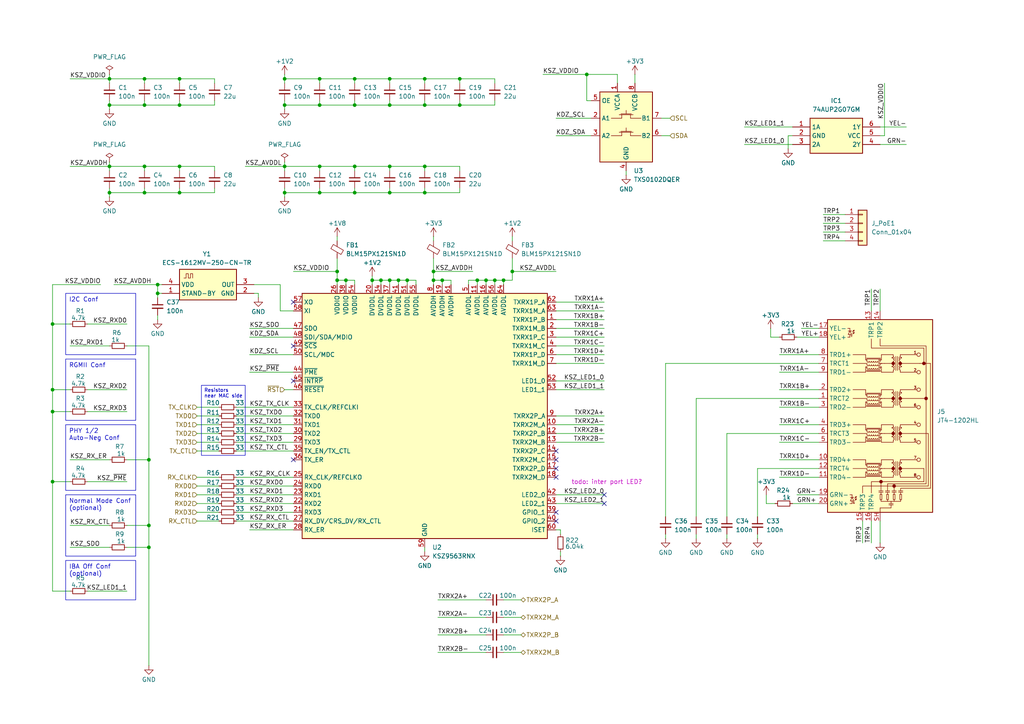
<source format=kicad_sch>
(kicad_sch (version 20231120) (generator "eeschema") (generator_version "8.0")
  (paper "A4")
  (junction (at 15.24 113.03))
  (junction (at 97.79 78.74))
  (junction (at 123.19 48.26))
  (junction (at 100.33 81.28))
  (junction (at 82.55 30.48))
  (junction (at 92.71 48.26))
  (junction (at 102.87 30.48))
  (junction (at 82.55 55.88))
  (junction (at 41.91 30.48))
  (junction (at 43.18 133.35))
  (junction (at 128.27 81.28))
  (junction (at 133.35 22.86))
  (junction (at 102.87 22.86))
  (junction (at 107.95 81.28))
  (junction (at 123.19 55.88))
  (junction (at 113.03 81.28))
  (junction (at 43.18 152.4))
  (junction (at 41.91 48.26))
  (junction (at 92.71 55.88))
  (junction (at 82.55 48.26))
  (junction (at 15.24 139.7))
  (junction (at 170.18 21.59))
  (junction (at 113.03 48.26))
  (junction (at 31.75 48.26))
  (junction (at 102.87 55.88))
  (junction (at 102.87 48.26))
  (junction (at 31.75 22.86))
  (junction (at 97.79 81.28))
  (junction (at 92.71 30.48))
  (junction (at 41.91 22.86))
  (junction (at 148.59 78.74))
  (junction (at 113.03 55.88))
  (junction (at 140.97 81.28))
  (junction (at 52.07 30.48))
  (junction (at 45.72 82.55))
  (junction (at 138.43 81.28))
  (junction (at 41.91 55.88))
  (junction (at 113.03 30.48))
  (junction (at 115.57 81.28))
  (junction (at 52.07 48.26))
  (junction (at 15.24 119.38))
  (junction (at 133.35 30.48))
  (junction (at 125.73 78.74))
  (junction (at 125.73 81.28))
  (junction (at 82.55 22.86))
  (junction (at 123.19 30.48))
  (junction (at 143.51 81.28))
  (junction (at 123.19 22.86))
  (junction (at 113.03 22.86))
  (junction (at 52.07 22.86))
  (junction (at 43.18 158.75))
  (junction (at 15.24 93.98))
  (junction (at 146.05 81.28))
  (junction (at 118.11 81.28))
  (junction (at 52.07 55.88))
  (junction (at 92.71 22.86))
  (junction (at 110.49 81.28))
  (junction (at 31.75 30.48))
  (junction (at 45.72 85.09))
  (junction (at 31.75 55.88))
  (no_connect (at 161.29 151.13))
  (no_connect (at 161.29 148.59))
  (no_connect (at 161.29 138.43))
  (no_connect (at 175.26 143.51))
  (no_connect (at 175.26 146.05))
  (no_connect (at 85.09 100.33))
  (no_connect (at 85.09 133.35))
  (no_connect (at 161.29 130.81))
  (no_connect (at 161.29 135.89))
  (no_connect (at 161.29 133.35))
  (no_connect (at 85.09 87.63))
  (no_connect (at 85.09 110.49))
  (wire (pts (xy 36.83 100.33) (xy 43.18 100.33)))
  (wire (pts (xy 175.26 95.25) (xy 161.29 95.25)))
  (wire (pts (xy 102.87 29.21) (xy 102.87 30.48)))
  (wire (pts (xy 146.05 81.28) (xy 148.59 81.28)))
  (wire (pts (xy 133.35 48.26) (xy 133.35 49.53)))
  (wire (pts (xy 127 184.15) (xy 140.97 184.15)))
  (wire (pts (xy 135.89 82.55) (xy 135.89 81.28)))
  (wire (pts (xy 255.27 151.13) (xy 255.27 157.48)))
  (wire (pts (xy 43.18 158.75) (xy 43.18 193.04)))
  (wire (pts (xy 222.25 146.05) (xy 222.25 143.51)))
  (wire (pts (xy 201.93 154.94) (xy 201.93 156.21)))
  (wire (pts (xy 128.27 81.28) (xy 130.81 81.28)))
  (wire (pts (xy 125.73 78.74) (xy 137.16 78.74)))
  (wire (pts (xy 256.54 24.13) (xy 256.54 39.37)))
  (wire (pts (xy 175.26 125.73) (xy 161.29 125.73)))
  (wire (pts (xy 15.24 82.55) (xy 15.24 93.98)))
  (wire (pts (xy 123.19 22.86) (xy 133.35 22.86)))
  (wire (pts (xy 68.58 123.19) (xy 85.09 123.19)))
  (wire (pts (xy 113.03 81.28) (xy 110.49 81.28)))
  (wire (pts (xy 175.26 128.27) (xy 161.29 128.27)))
  (wire (pts (xy 175.26 97.79) (xy 161.29 97.79)))
  (wire (pts (xy 36.83 152.4) (xy 43.18 152.4)))
  (wire (pts (xy 41.91 29.21) (xy 41.91 30.48)))
  (wire (pts (xy 62.23 22.86) (xy 62.23 24.13)))
  (wire (pts (xy 255.27 83.82) (xy 255.27 90.17)))
  (wire (pts (xy 175.26 92.71) (xy 161.29 92.71)))
  (wire (pts (xy 107.95 81.28) (xy 107.95 82.55)))
  (wire (pts (xy 226.06 123.19) (xy 237.49 123.19)))
  (wire (pts (xy 72.39 95.25) (xy 85.09 95.25)))
  (wire (pts (xy 120.65 82.55) (xy 120.65 81.28)))
  (wire (pts (xy 92.71 22.86) (xy 102.87 22.86)))
  (wire (pts (xy 20.32 93.98) (xy 15.24 93.98)))
  (wire (pts (xy 125.73 74.93) (xy 125.73 78.74)))
  (wire (pts (xy 228.6 39.37) (xy 228.6 43.18)))
  (wire (pts (xy 68.58 143.51) (xy 85.09 143.51)))
  (wire (pts (xy 57.15 118.11) (xy 63.5 118.11)))
  (wire (pts (xy 118.11 82.55) (xy 118.11 81.28)))
  (wire (pts (xy 125.73 82.55) (xy 125.73 81.28)))
  (wire (pts (xy 68.58 146.05) (xy 85.09 146.05)))
  (wire (pts (xy 210.82 154.94) (xy 210.82 156.21)))
  (wire (pts (xy 146.05 184.15) (xy 151.13 184.15)))
  (wire (pts (xy 57.15 140.97) (xy 63.5 140.97)))
  (wire (pts (xy 175.26 120.65) (xy 161.29 120.65)))
  (wire (pts (xy 31.75 30.48) (xy 31.75 31.75)))
  (wire (pts (xy 92.71 55.88) (xy 82.55 55.88)))
  (wire (pts (xy 226.06 128.27) (xy 237.49 128.27)))
  (wire (pts (xy 123.19 54.61) (xy 123.19 55.88)))
  (wire (pts (xy 148.59 68.58) (xy 148.59 69.85)))
  (wire (pts (xy 201.93 115.57) (xy 201.93 149.86)))
  (wire (pts (xy 20.32 22.86) (xy 31.75 22.86)))
  (wire (pts (xy 31.75 48.26) (xy 41.91 48.26)))
  (wire (pts (xy 31.75 55.88) (xy 31.75 57.15)))
  (wire (pts (xy 97.79 81.28) (xy 97.79 82.55)))
  (wire (pts (xy 113.03 29.21) (xy 113.03 30.48)))
  (wire (pts (xy 110.49 81.28) (xy 107.95 81.28)))
  (wire (pts (xy 175.26 110.49) (xy 161.29 110.49)))
  (wire (pts (xy 255.27 41.91) (xy 262.89 41.91)))
  (wire (pts (xy 226.06 107.95) (xy 237.49 107.95)))
  (wire (pts (xy 226.06 133.35) (xy 237.49 133.35)))
  (wire (pts (xy 82.55 29.21) (xy 82.55 30.48)))
  (wire (pts (xy 115.57 81.28) (xy 115.57 82.55)))
  (wire (pts (xy 97.79 74.93) (xy 97.79 78.74)))
  (wire (pts (xy 52.07 30.48) (xy 62.23 30.48)))
  (wire (pts (xy 15.24 113.03) (xy 15.24 119.38)))
  (wire (pts (xy 148.59 74.93) (xy 148.59 78.74)))
  (wire (pts (xy 36.83 119.38) (xy 25.4 119.38)))
  (wire (pts (xy 100.33 81.28) (xy 100.33 82.55)))
  (wire (pts (xy 45.72 85.09) (xy 45.72 86.36)))
  (wire (pts (xy 102.87 48.26) (xy 102.87 49.53)))
  (wire (pts (xy 237.49 125.73) (xy 210.82 125.73)))
  (wire (pts (xy 193.04 105.41) (xy 193.04 149.86)))
  (wire (pts (xy 43.18 133.35) (xy 43.18 152.4)))
  (wire (pts (xy 82.55 30.48) (xy 82.55 31.75)))
  (wire (pts (xy 36.83 113.03) (xy 25.4 113.03)))
  (wire (pts (xy 115.57 81.28) (xy 118.11 81.28)))
  (wire (pts (xy 33.02 82.55) (xy 45.72 82.55)))
  (wire (pts (xy 74.93 85.09) (xy 74.93 86.36)))
  (wire (pts (xy 92.71 30.48) (xy 102.87 30.48)))
  (wire (pts (xy 31.75 54.61) (xy 31.75 55.88)))
  (wire (pts (xy 92.71 54.61) (xy 92.71 55.88)))
  (wire (pts (xy 238.76 67.31) (xy 245.11 67.31)))
  (wire (pts (xy 219.71 135.89) (xy 219.71 149.86)))
  (wire (pts (xy 57.15 120.65) (xy 63.5 120.65)))
  (wire (pts (xy 68.58 140.97) (xy 85.09 140.97)))
  (wire (pts (xy 62.23 30.48) (xy 62.23 29.21)))
  (wire (pts (xy 102.87 22.86) (xy 113.03 22.86)))
  (wire (pts (xy 82.55 48.26) (xy 92.71 48.26)))
  (wire (pts (xy 72.39 102.87) (xy 85.09 102.87)))
  (wire (pts (xy 118.11 81.28) (xy 120.65 81.28)))
  (wire (pts (xy 115.57 81.28) (xy 113.03 81.28)))
  (wire (pts (xy 123.19 48.26) (xy 133.35 48.26)))
  (wire (pts (xy 161.29 39.37) (xy 171.45 39.37)))
  (wire (pts (xy 123.19 48.26) (xy 123.19 49.53)))
  (wire (pts (xy 52.07 29.21) (xy 52.07 30.48)))
  (wire (pts (xy 175.26 90.17) (xy 161.29 90.17)))
  (wire (pts (xy 52.07 22.86) (xy 62.23 22.86)))
  (wire (pts (xy 20.32 158.75) (xy 31.75 158.75)))
  (wire (pts (xy 82.55 55.88) (xy 82.55 54.61)))
  (wire (pts (xy 36.83 93.98) (xy 25.4 93.98)))
  (wire (pts (xy 157.48 21.59) (xy 170.18 21.59)))
  (wire (pts (xy 102.87 55.88) (xy 92.71 55.88)))
  (wire (pts (xy 113.03 81.28) (xy 113.03 82.55)))
  (wire (pts (xy 72.39 107.95) (xy 85.09 107.95)))
  (wire (pts (xy 179.07 21.59) (xy 179.07 24.13)))
  (wire (pts (xy 31.75 55.88) (xy 41.91 55.88)))
  (wire (pts (xy 15.24 139.7) (xy 20.32 139.7)))
  (wire (pts (xy 133.35 22.86) (xy 133.35 24.13)))
  (wire (pts (xy 102.87 22.86) (xy 102.87 24.13)))
  (wire (pts (xy 215.9 41.91) (xy 229.87 41.91)))
  (wire (pts (xy 102.87 81.28) (xy 100.33 81.28)))
  (wire (pts (xy 62.23 48.26) (xy 62.23 49.53)))
  (wire (pts (xy 210.82 125.73) (xy 210.82 149.86)))
  (wire (pts (xy 113.03 54.61) (xy 113.03 55.88)))
  (wire (pts (xy 41.91 22.86) (xy 41.91 24.13)))
  (wire (pts (xy 20.32 152.4) (xy 31.75 152.4)))
  (wire (pts (xy 102.87 30.48) (xy 113.03 30.48)))
  (wire (pts (xy 175.26 143.51) (xy 161.29 143.51)))
  (wire (pts (xy 191.77 34.29) (xy 194.31 34.29)))
  (wire (pts (xy 52.07 48.26) (xy 62.23 48.26)))
  (wire (pts (xy 72.39 97.79) (xy 85.09 97.79)))
  (wire (pts (xy 31.75 24.13) (xy 31.75 22.86)))
  (wire (pts (xy 57.15 146.05) (xy 63.5 146.05)))
  (wire (pts (xy 68.58 130.81) (xy 85.09 130.81)))
  (wire (pts (xy 143.51 81.28) (xy 143.51 82.55)))
  (wire (pts (xy 226.06 102.87) (xy 237.49 102.87)))
  (wire (pts (xy 68.58 138.43) (xy 85.09 138.43)))
  (wire (pts (xy 146.05 179.07) (xy 151.13 179.07)))
  (wire (pts (xy 125.73 68.58) (xy 125.73 69.85)))
  (wire (pts (xy 113.03 55.88) (xy 102.87 55.88)))
  (wire (pts (xy 92.71 48.26) (xy 92.71 49.53)))
  (wire (pts (xy 181.61 49.53) (xy 181.61 50.8)))
  (wire (pts (xy 255.27 39.37) (xy 256.54 39.37)))
  (wire (pts (xy 226.06 118.11) (xy 237.49 118.11)))
  (wire (pts (xy 82.55 46.99) (xy 82.55 48.26)))
  (wire (pts (xy 175.26 113.03) (xy 161.29 113.03)))
  (wire (pts (xy 138.43 81.28) (xy 138.43 82.55)))
  (wire (pts (xy 92.71 48.26) (xy 102.87 48.26)))
  (wire (pts (xy 92.71 22.86) (xy 92.71 24.13)))
  (wire (pts (xy 31.75 21.59) (xy 31.75 22.86)))
  (wire (pts (xy 68.58 118.11) (xy 85.09 118.11)))
  (wire (pts (xy 127 179.07) (xy 140.97 179.07)))
  (wire (pts (xy 68.58 125.73) (xy 85.09 125.73)))
  (wire (pts (xy 175.26 105.41) (xy 161.29 105.41)))
  (wire (pts (xy 57.15 138.43) (xy 63.5 138.43)))
  (wire (pts (xy 41.91 48.26) (xy 41.91 49.53)))
  (wire (pts (xy 191.77 39.37) (xy 194.31 39.37)))
  (wire (pts (xy 102.87 54.61) (xy 102.87 55.88)))
  (wire (pts (xy 237.49 135.89) (xy 219.71 135.89)))
  (wire (pts (xy 229.87 39.37) (xy 228.6 39.37)))
  (wire (pts (xy 138.43 81.28) (xy 140.97 81.28)))
  (wire (pts (xy 82.55 30.48) (xy 92.71 30.48)))
  (wire (pts (xy 57.15 128.27) (xy 63.5 128.27)))
  (wire (pts (xy 162.56 160.02) (xy 162.56 161.29)))
  (wire (pts (xy 184.15 21.59) (xy 184.15 24.13)))
  (wire (pts (xy 52.07 55.88) (xy 62.23 55.88)))
  (wire (pts (xy 82.55 113.03) (xy 85.09 113.03)))
  (wire (pts (xy 81.28 90.17) (xy 85.09 90.17)))
  (wire (pts (xy 237.49 105.41) (xy 193.04 105.41)))
  (wire (pts (xy 123.19 29.21) (xy 123.19 30.48)))
  (wire (pts (xy 52.07 54.61) (xy 52.07 55.88)))
  (wire (pts (xy 41.91 22.86) (xy 52.07 22.86)))
  (wire (pts (xy 15.24 93.98) (xy 15.24 113.03)))
  (wire (pts (xy 71.12 48.26) (xy 82.55 48.26)))
  (wire (pts (xy 92.71 29.21) (xy 92.71 30.48)))
  (wire (pts (xy 20.32 100.33) (xy 31.75 100.33)))
  (wire (pts (xy 146.05 189.23) (xy 151.13 189.23)))
  (wire (pts (xy 52.07 22.86) (xy 52.07 24.13)))
  (wire (pts (xy 82.55 49.53) (xy 82.55 48.26)))
  (wire (pts (xy 31.75 29.21) (xy 31.75 30.48)))
  (wire (pts (xy 20.32 113.03) (xy 15.24 113.03)))
  (wire (pts (xy 238.76 64.77) (xy 245.11 64.77)))
  (wire (pts (xy 224.79 146.05) (xy 222.25 146.05)))
  (wire (pts (xy 45.72 91.44) (xy 45.72 92.71)))
  (wire (pts (xy 45.72 82.55) (xy 46.99 82.55)))
  (wire (pts (xy 85.09 78.74) (xy 97.79 78.74)))
  (wire (pts (xy 20.32 133.35) (xy 31.75 133.35)))
  (wire (pts (xy 41.91 30.48) (xy 52.07 30.48)))
  (wire (pts (xy 148.59 78.74) (xy 148.59 81.28)))
  (wire (pts (xy 36.83 139.7) (xy 25.4 139.7)))
  (wire (pts (xy 143.51 81.28) (xy 146.05 81.28)))
  (wire (pts (xy 97.79 68.58) (xy 97.79 69.85)))
  (wire (pts (xy 113.03 22.86) (xy 113.03 24.13)))
  (wire (pts (xy 133.35 30.48) (xy 143.51 30.48)))
  (wire (pts (xy 255.27 36.83) (xy 262.89 36.83)))
  (wire (pts (xy 41.91 48.26) (xy 52.07 48.26)))
  (wire (pts (xy 31.75 46.99) (xy 31.75 48.26)))
  (wire (pts (xy 36.83 158.75) (xy 43.18 158.75)))
  (wire (pts (xy 175.26 102.87) (xy 161.29 102.87)))
  (wire (pts (xy 68.58 151.13) (xy 85.09 151.13)))
  (wire (pts (xy 146.05 173.99) (xy 151.13 173.99)))
  (wire (pts (xy 161.29 34.29) (xy 171.45 34.29)))
  (wire (pts (xy 226.06 97.79) (xy 223.52 97.79)))
  (wire (pts (xy 113.03 48.26) (xy 113.03 49.53)))
  (wire (pts (xy 231.14 97.79) (xy 237.49 97.79)))
  (wire (pts (xy 148.59 78.74) (xy 161.29 78.74)))
  (wire (pts (xy 175.26 123.19) (xy 161.29 123.19)))
  (wire (pts (xy 82.55 55.88) (xy 82.55 57.15)))
  (wire (pts (xy 123.19 158.75) (xy 123.19 160.02)))
  (wire (pts (xy 57.15 143.51) (xy 63.5 143.51)))
  (wire (pts (xy 68.58 120.65) (xy 85.09 120.65)))
  (wire (pts (xy 20.32 171.45) (xy 15.24 171.45)))
  (wire (pts (xy 57.15 123.19) (xy 63.5 123.19)))
  (wire (pts (xy 68.58 128.27) (xy 85.09 128.27)))
  (wire (pts (xy 127 189.23) (xy 140.97 189.23)))
  (wire (pts (xy 226.06 113.03) (xy 237.49 113.03)))
  (wire (pts (xy 68.58 148.59) (xy 85.09 148.59)))
  (wire (pts (xy 175.26 100.33) (xy 161.29 100.33)))
  (wire (pts (xy 29.21 82.55) (xy 15.24 82.55)))
  (wire (pts (xy 140.97 81.28) (xy 143.51 81.28)))
  (wire (pts (xy 175.26 146.05) (xy 161.29 146.05)))
  (wire (pts (xy 100.33 81.28) (xy 97.79 81.28)))
  (wire (pts (xy 193.04 154.94) (xy 193.04 156.21)))
  (wire (pts (xy 20.32 119.38) (xy 15.24 119.38)))
  (wire (pts (xy 73.66 85.09) (xy 74.93 85.09)))
  (wire (pts (xy 97.79 78.74) (xy 97.79 81.28)))
  (wire (pts (xy 31.75 30.48) (xy 41.91 30.48)))
  (wire (pts (xy 143.51 29.21) (xy 143.51 30.48)))
  (wire (pts (xy 62.23 54.61) (xy 62.23 55.88)))
  (wire (pts (xy 41.91 55.88) (xy 52.07 55.88)))
  (wire (pts (xy 231.14 143.51) (xy 237.49 143.51)))
  (wire (pts (xy 162.56 153.67) (xy 162.56 154.94)))
  (wire (pts (xy 57.15 130.81) (xy 63.5 130.81)))
  (wire (pts (xy 223.52 97.79) (xy 223.52 95.25)))
  (wire (pts (xy 15.24 139.7) (xy 15.24 171.45)))
  (wire (pts (xy 170.18 29.21) (xy 170.18 21.59)))
  (wire (pts (xy 123.19 22.86) (xy 123.19 24.13)))
  (wire (pts (xy 72.39 153.67) (xy 85.09 153.67)))
  (wire (pts (xy 57.15 125.73) (xy 63.5 125.73)))
  (wire (pts (xy 133.35 54.61) (xy 133.35 55.88)))
  (wire (pts (xy 229.87 146.05) (xy 237.49 146.05)))
  (wire (pts (xy 113.03 22.86) (xy 123.19 22.86)))
  (wire (pts (xy 123.19 30.48) (xy 133.35 30.48)))
  (wire (pts (xy 125.73 78.74) (xy 125.73 81.28)))
  (wire (pts (xy 226.06 138.43) (xy 237.49 138.43)))
  (wire (pts (xy 250.19 157.48) (xy 250.19 151.13)))
  (wire (pts (xy 133.35 29.21) (xy 133.35 30.48)))
  (wire (pts (xy 175.26 87.63) (xy 161.29 87.63)))
  (wire (pts (xy 36.83 133.35) (xy 43.18 133.35)))
  (wire (pts (xy 125.73 81.28) (xy 128.27 81.28)))
  (wire (pts (xy 46.99 85.09) (xy 45.72 85.09)))
  (wire (pts (xy 143.51 22.86) (xy 143.51 24.13)))
  (wire (pts (xy 113.03 48.26) (xy 123.19 48.26)))
  (wire (pts (xy 161.29 153.67) (xy 162.56 153.67)))
  (wire (pts (xy 110.49 81.28) (xy 110.49 82.55)))
  (wire (pts (xy 123.19 55.88) (xy 113.03 55.88)))
  (wire (pts (xy 127 173.99) (xy 140.97 173.99)))
  (wire (pts (xy 43.18 152.4) (xy 43.18 158.75)))
  (wire (pts (xy 82.55 22.86) (xy 82.55 24.13)))
  (wire (pts (xy 135.89 81.28) (xy 138.43 81.28)))
  (wire (pts (xy 57.15 148.59) (xy 63.5 148.59)))
  (wire (pts (xy 140.97 81.28) (xy 140.97 82.55)))
  (wire (pts (xy 238.76 62.23) (xy 245.11 62.23)))
  (wire (pts (xy 113.03 30.48) (xy 123.19 30.48)))
  (wire (pts (xy 36.83 171.45) (xy 25.4 171.45)))
  (wire (pts (xy 73.66 82.55) (xy 81.28 82.55)))
  (wire (pts (xy 15.24 119.38) (xy 15.24 139.7)))
  (wire (pts (xy 238.76 69.85) (xy 245.11 69.85)))
  (wire (pts (xy 82.55 22.86) (xy 92.71 22.86)))
  (wire (pts (xy 82.55 21.59) (xy 82.55 22.86)))
  (wire (pts (xy 31.75 22.86) (xy 41.91 22.86)))
  (wire (pts (xy 52.07 48.26) (xy 52.07 49.53)))
  (wire (pts (xy 146.05 81.28) (xy 146.05 82.55)))
  (wire (pts (xy 81.28 82.55) (xy 81.28 90.17)))
  (wire (pts (xy 130.81 81.28) (xy 130.81 82.55)))
  (wire (pts (xy 102.87 82.55) (xy 102.87 81.28)))
  (wire (pts (xy 133.35 22.86) (xy 143.51 22.86)))
  (wire (pts (xy 133.35 55.88) (xy 123.19 55.88)))
  (wire (pts (xy 41.91 54.61) (xy 41.91 55.88)))
  (wire (pts (xy 237.49 115.57) (xy 201.93 115.57)))
  (wire (pts (xy 170.18 21.59) (xy 179.07 21.59)))
  (wire (pts (xy 252.73 83.82) (xy 252.73 90.17)))
  (wire (pts (xy 232.41 95.25) (xy 237.49 95.25)))
  (wire (pts (xy 171.45 29.21) (xy 170.18 29.21)))
  (wire (pts (xy 107.95 80.01) (xy 107.95 81.28)))
  (wire (pts (xy 43.18 100.33) (xy 43.18 133.35)))
  (wire (pts (xy 45.72 85.09) (xy 45.72 82.55)))
  (wire (pts (xy 31.75 49.53) (xy 31.75 48.26)))
  (wire (pts (xy 215.9 36.83) (xy 229.87 36.83)))
  (wire (pts (xy 128.27 81.28) (xy 128.27 82.55)))
  (wire (pts (xy 57.15 151.13) (xy 63.5 151.13)))
  (wire (pts (xy 102.87 48.26) (xy 113.03 48.26)))
  (wire (pts (xy 219.71 154.94) (xy 219.71 156.21)))
  (wire (pts (xy 252.73 157.48) (xy 252.73 151.13)))
  (wire (pts (xy 20.32 48.26) (xy 31.75 48.26)))
  (text_box "Resistors near MAC side" (at 58.42 111.76 0) (size 12.7 20.32) (effects (font (size 1.016 1.016)) (justify left top)))
  (text_box "PHY 1/2 Auto-Neg Conf" (at 19.05 123.19 0) (size 20.32 19.05) (effects (font (size 1.27 1.27)) (justify left top)))
  (text_box "IBA Off Conf (optional)" (at 19.05 162.56 0) (size 20.32 11.43) (effects (font (size 1.27 1.27)) (justify left top)))
  (text_box "I2C Conf" (at 19.05 85.09 0) (size 20.32 17.78) (effects (font (size 1.27 1.27)) (justify left top)))
  (text_box "RGMII Conf" (at 19.05 104.14 0) (size 20.32 17.78) (effects (font (size 1.27 1.27)) (justify left top)))
  (text_box "Normal Mode Conf (optional)" (at 19.05 143.51 0) (size 20.32 17.78) (effects (font (size 1.27 1.27)) (justify left top)))
  (text "todo: inter port LED?" (at 176.022 139.954 0) (effects (font (size 1.27 1.27))))
  (label "TRP4" (at 252.73 157.48 90))
  (label "KSZ_LED1_1" (at 175.26 113.03 180))
  (label "TXRX2A+" (at 175.26 120.65 180))
  (label "TXRX1A+" (at 226.06 102.87 0))
  (label "KSZ_AVDDH" (at 137.16 78.74 180))
  (label "KSZ_SDO" (at 20.32 158.75 0))
  (label "KSZ_VDDIO" (at 85.09 78.74 0))
  (label "KSZ_AVDDH" (at 20.32 48.26 0))
  (label "KSZ_VDDIO" (at 20.32 22.86 0))
  (label "GRN-" (at 262.89 41.91 180))
  (label "KSZ_LED2_1" (at 175.26 146.05 180))
  (label "KSZ_~{PME}" (at 72.39 107.95 0))
  (label "TXRX1B-" (at 175.26 95.25 180))
  (label "KSZ_AVDDL" (at 161.29 78.74 180))
  (label "KSZ_LED2_0" (at 175.26 143.51 180))
  (label "TXRX1A-" (at 226.06 107.95 0))
  (label "TXRX1A-" (at 175.26 90.17 180))
  (label "TXRX1D+" (at 226.06 133.35 0))
  (label "TXRX1C-" (at 226.06 128.27 0))
  (label "KSZ_VDDIO" (at 29.21 82.55 180))
  (label "KSZ_LED1_1" (at 36.83 171.45 180))
  (label "KDZ_SDA" (at 161.29 39.37 0))
  (label "TXRX2B-" (at 127 189.23 0))
  (label "KSZ_AVDDH" (at 33.02 82.55 0))
  (label "TRP1" (at 238.76 62.23 0))
  (label "TXRX2A-" (at 127 179.07 0))
  (label "TXRX1B+" (at 226.06 113.03 0))
  (label "KDZ_SCL" (at 72.39 102.87 0))
  (label "GRN-" (at 231.14 143.51 0))
  (label "KSZ_RXD0" (at 72.39 140.97 0))
  (label "TXRX1B-" (at 226.06 118.11 0))
  (label "TRP1" (at 252.73 83.82 270))
  (label "KSZ_LED1_1" (at 215.9 36.83 0))
  (label "KSZ_RX_ER" (at 72.39 153.67 0))
  (label "KSZ_TXD3" (at 72.39 128.27 0))
  (label "KSZ_RX_CTL" (at 72.39 151.13 0))
  (label "YEL+" (at 232.41 97.79 0))
  (label "TRP3" (at 250.19 157.48 90))
  (label "KSZ_AVDDL" (at 71.12 48.26 0))
  (label "TRP2" (at 238.76 64.77 0))
  (label "TXRX1D+" (at 175.26 102.87 180))
  (label "TXRX1D-" (at 175.26 105.41 180))
  (label "TXRX1C+" (at 226.06 123.19 0))
  (label "YEL-" (at 232.41 95.25 0))
  (label "KSZ_RX_CTL" (at 20.32 152.4 0))
  (label "TXRX1A+" (at 175.26 87.63 180))
  (label "TXRX2B+" (at 175.26 125.73 180))
  (label "KSZ_RXD1" (at 72.39 143.51 0))
  (label "TRP4" (at 238.76 69.85 0))
  (label "KSZ_SDO" (at 72.39 95.25 0))
  (label "KSZ_RXD1" (at 20.32 100.33 0))
  (label "KDZ_SDA" (at 72.39 97.79 0))
  (label "KSZ_TXD1" (at 72.39 123.19 0))
  (label "TXRX2B+" (at 127 184.15 0))
  (label "TXRX2A-" (at 175.26 123.19 180))
  (label "TRP2" (at 255.27 83.82 270))
  (label "KSZ_LED1_0" (at 175.26 110.49 180))
  (label "TRP3" (at 238.76 67.31 0))
  (label "KSZ_RXD3" (at 72.39 148.59 0))
  (label "KSZ_TX_CTL" (at 72.39 130.81 0))
  (label "TXRX1C-" (at 175.26 100.33 180))
  (label "KSZ_LED1_0" (at 215.9 41.91 0))
  (label "GRN+" (at 231.14 146.05 0))
  (label "KSZ_RXD2" (at 72.39 146.05 0))
  (label "KSZ_RXD3" (at 36.83 119.38 180))
  (label "KSZ_TX_CLK" (at 72.39 118.11 0))
  (label "TXRX2A+" (at 127 173.99 0))
  (label "TXRX2B-" (at 175.26 128.27 180))
  (label "KSZ_VDDIO" (at 157.48 21.59 0))
  (label "KDZ_SCL" (at 161.29 34.29 0))
  (label "TXRX1C+" (at 175.26 97.79 180))
  (label "TXRX1D-" (at 226.06 138.43 0))
  (label "KSZ_TXD2" (at 72.39 125.73 0))
  (label "KSZ_RX_CLK" (at 72.39 138.43 0))
  (label "KSZ_~{PME}" (at 36.83 139.7 180))
  (label "KSZ_RXD0" (at 36.83 93.98 180))
  (label "KSZ_RX_ER" (at 20.32 133.35 0))
  (label "TXRX1B+" (at 175.26 92.71 180))
  (label "YEL-" (at 262.89 36.83 180))
  (label "KSZ_RXD2" (at 36.83 113.03 180))
  (label "KSZ_VDDIO" (at 256.54 24.13 270))
  (label "KSZ_TXD0" (at 72.39 120.65 0))
  (hierarchical_label "TX_CTL" (shape input) (at 57.15 130.81 180))
  (hierarchical_label "TXD3" (shape input) (at 57.15 128.27 180))
  (hierarchical_label "TXD1" (shape input) (at 57.15 123.19 180))
  (hierarchical_label "RXD0" (shape input) (at 57.15 140.97 180))
  (hierarchical_label "TXRX2M_A" (shape bidirectional) (at 151.13 179.07 0))
  (hierarchical_label "TXRX2P_A" (shape bidirectional) (at 151.13 173.99 0))
  (hierarchical_label "RX_CLK" (shape input) (at 57.15 138.43 180))
  (hierarchical_label "TXD2" (shape input) (at 57.15 125.73 180))
  (hierarchical_label "RXD1" (shape input) (at 57.15 143.51 180))
  (hierarchical_label "RX_CTL" (shape input) (at 57.15 151.13 180))
  (hierarchical_label "~{RST}" (shape input) (at 82.55 113.03 180))
  (hierarchical_label "RXD3" (shape input) (at 57.15 148.59 180))
  (hierarchical_label "TXD0" (shape input) (at 57.15 120.65 180))
  (hierarchical_label "SCL" (shape input) (at 194.31 34.29 0))
  (hierarchical_label "SDA" (shape input) (at 194.31 39.37 0))
  (hierarchical_label "TXRX2M_B" (shape bidirectional) (at 151.13 189.23 0))
  (hierarchical_label "RXD2" (shape input) (at 57.15 146.05 180))
  (hierarchical_label "TX_CLK" (shape input) (at 57.15 118.11 180))
  (hierarchical_label "TXRX2P_B" (shape bidirectional) (at 151.13 184.15 0))
  (symbol (lib_id "Device:C_Small") (at 102.87 52.07 0) (unit 1)
    (property "Reference" "C14" (at 105.41 50.8062 0) (effects (justify left)))
    (property "Value" "100n" (at 105.41 53.3462 0) (effects (justify left)))
    (property "Footprint" "Capacitor_SMD:C_0402_1005Metric_Pad0.74x0.62mm_HandSolder" (effects (hide yes)))
    (property "Description" "Unpolarized capacitor, small symbol" (effects (hide yes)))
    (property "Mouser Part Number" "80-C0402C104K4R7867" (effects (hide yes)))
  )
  (symbol (lib_id "Device:C_Small") (at 41.91 26.67 0) (unit 1)
    (property "Reference" "C3" (at 44.45 25.4062 0) (effects (justify left)))
    (property "Value" "100n" (at 44.45 27.9462 0) (effects (justify left)))
    (property "Footprint" "Capacitor_SMD:C_0402_1005Metric_Pad0.74x0.62mm_HandSolder" (effects (hide yes)))
    (property "Description" "Unpolarized capacitor, small symbol" (effects (hide yes)))
    (property "Mouser Part Number" "80-C0402C104K4R7867" (effects (hide yes)))
  )
  (symbol (lib_id "extras:ECS-1612MV-250-CN-TR") (at 46.99 82.55 0) (unit 1)
    (property "Reference" "Y1" (at 60.0075 73.66 0))
    (property "Value" "ECS-1612MV-250-CN-TR" (at 60.0075 76.2 0))
    (property "Footprint" "extras:ECS1612MV250CNTR" (effects (hide yes)))
    (property "Datasheet" "https://www.ecsxtal.com/store/pdf/ECS-1612MV.pdf" (effects (hide yes)))
    (property "Description" "Standard Clock Oscillators 25MHz CMOS 1.6-3.6V" (effects (hide yes)))
    (property "Height" "0.7" (effects (hide yes)))
    (property "Mouser Part Number" "520-1612MV-250-CNT" (effects (hide yes)))
    (property "Mouser Price/Stock" "https://www.mouser.co.uk/ProductDetail/ECS/ECS-1612MV-250-CN-TR?qs=MLItCLRbWszfxf8M%252B0z8Bg%3D%3D" (effects (hide yes)))
    (property "Manufacturer_Name" "ECS" (effects (hide yes)))
    (property "Manufacturer_Part_Number" "ECS-1612MV-250-CN-TR" (effects (hide yes)))
  )
  (symbol (lib_id "Device:C_Small") (at 82.55 52.07 0) (unit 1)
    (property "Reference" "C10" (at 85.09 50.8062 0) (effects (justify left)))
    (property "Value" "100n" (at 85.09 53.3462 0) (effects (justify left)))
    (property "Footprint" "Capacitor_SMD:C_0402_1005Metric_Pad0.74x0.62mm_HandSolder" (effects (hide yes)))
    (property "Description" "Unpolarized capacitor, small symbol" (effects (hide yes)))
    (property "Mouser Part Number" "80-C0402C104K4R7867" (effects (hide yes)))
  )
  (symbol (lib_id "power:GND") (at 210.82 156.21 0) (unit 1)
    (property "Reference" "#PWR045" (effects (hide yes)))
    (property "Value" "GND" (at 210.82 160.274 0))
    (property "Description" "Power symbol creates a global label with name \"GND\" , ground" (effects (hide yes)))
  )
  (symbol (lib_id "Device:R_Small") (at 227.33 146.05 90) (mirror x) (unit 1)
    (property "Reference" "R24" (at 229.108 142.24 90) (effects (justify left)))
    (property "Value" "1k" (at 229.362 144.272 90) (effects (justify left)))
    (property "Footprint" "Resistor_SMD:R_0402_1005Metric_Pad0.72x0.64mm_HandSolder" (effects (hide yes)))
    (property "Description" "Resistor, small symbol" (effects (hide yes)))
    (property "Mouser Part Number" "652-CR0402AFX1001GLF" (effects (hide yes)))
  )
  (symbol (lib_id "power:+3V3") (at 222.25 143.51 0) (unit 1)
    (property "Reference" "#PWR051" (effects (hide yes)))
    (property "Value" "+3V3" (at 222.25 139.7 0))
    (property "Description" "Power symbol creates a global label with name \"+3V3\"" (effects (hide yes)))
  )
  (symbol (lib_id "power:+1V2") (at 82.55 21.59 0) (unit 1)
    (property "Reference" "#PWR05" (effects (hide yes)))
    (property "Value" "+1V2" (at 82.55 17.78 0))
    (property "Description" "Power symbol creates a global label with name \"+1V2\"" (effects (hide yes)))
  )
  (symbol (lib_id "Device:R_Small") (at 66.04 123.19 90) (mirror x) (unit 1)
    (property "Reference" "R12" (at 63.754 122.174 90) (effects (justify left)))
    (property "Value" "33" (at 70.866 122.174 90) (effects (justify left)))
    (property "Footprint" "Resistor_SMD:R_0402_1005Metric_Pad0.72x0.64mm_HandSolder" (effects (hide yes)))
    (property "Description" "Resistor, small symbol" (effects (hide yes)))
    (property "Mouser Part Number" "652-CR0402FX-33R0GLF" (effects (hide yes)))
  )
  (symbol (lib_id "Device:R_Small") (at 66.04 140.97 90) (mirror x) (unit 1)
    (property "Reference" "R17" (at 63.754 139.954 90) (effects (justify left)))
    (property "Value" "33" (at 70.866 139.954 90) (effects (justify left)))
    (property "Footprint" "Resistor_SMD:R_0402_1005Metric_Pad0.72x0.64mm_HandSolder" (effects (hide yes)))
    (property "Description" "Resistor, small symbol" (effects (hide yes)))
    (property "Mouser Part Number" "652-CR0402FX-33R0GLF" (effects (hide yes)))
  )
  (symbol (lib_id "Device:C_Small") (at 92.71 52.07 0) (unit 1)
    (property "Reference" "C12" (at 95.25 50.8062 0) (effects (justify left)))
    (property "Value" "100n" (at 95.25 53.3462 0) (effects (justify left)))
    (property "Footprint" "Capacitor_SMD:C_0402_1005Metric_Pad0.74x0.62mm_HandSolder" (effects (hide yes)))
    (property "Description" "Unpolarized capacitor, small symbol" (effects (hide yes)))
    (property "Mouser Part Number" "80-C0402C104K4R7867" (effects (hide yes)))
  )
  (symbol (lib_id "Device:R_Small") (at 22.86 171.45 90) (mirror x) (unit 1)
    (property "Reference" "R5" (at 24.638 167.64 90) (effects (justify left)))
    (property "Value" "4.7k" (at 24.892 169.672 90) (effects (justify left)))
    (property "Footprint" "Resistor_SMD:R_0402_1005Metric_Pad0.72x0.64mm_HandSolder" (effects (hide yes)))
    (property "Description" "Resistor, small symbol" (effects (hide yes)))
    (property "Mouser Part Number" "652-CR0402FX-4701GLF" (effects (hide yes)))
  )
  (symbol (lib_id "Device:R_Small") (at 22.86 139.7 90) (mirror x) (unit 1)
    (property "Reference" "R4" (at 24.638 135.89 90) (effects (justify left)))
    (property "Value" "4.7k" (at 24.892 137.922 90) (effects (justify left)))
    (property "Footprint" "Resistor_SMD:R_0402_1005Metric_Pad0.72x0.64mm_HandSolder" (effects (hide yes)))
    (property "Description" "Resistor, small symbol" (effects (hide yes)))
    (property "Mouser Part Number" "652-CR0402FX-4701GLF" (effects (hide yes)))
  )
  (symbol (lib_id "Device:C_Small") (at 133.35 26.67 0) (unit 1)
    (property "Reference" "C19" (at 135.89 25.4062 0) (effects (justify left)))
    (property "Value" "100n" (at 135.89 27.9462 0) (effects (justify left)))
    (property "Footprint" "Capacitor_SMD:C_0402_1005Metric_Pad0.74x0.62mm_HandSolder" (effects (hide yes)))
    (property "Description" "Unpolarized capacitor, small symbol" (effects (hide yes)))
    (property "Mouser Part Number" "80-C0402C104K4R7867" (effects (hide yes)))
  )
  (symbol (lib_id "Device:FerriteBead_Small") (at 97.79 72.39 0) (unit 1)
    (property "Reference" "FB1" (at 100.33 71.0818 0) (effects (justify left)))
    (property "Value" "BLM15PX121SN1D" (at 100.33 73.6218 0) (effects (justify left)))
    (property "Footprint" "Inductor_SMD:L_0402_1005Metric_Pad0.77x0.64mm_HandSolder" (effects (hide yes)))
    (property "Description" "Ferrite bead, small symbol" (effects (hide yes)))
    (property "Mouser Part Number" "81-BLM15PX121SN1D" (effects (hide yes)))
  )
  (symbol (lib_id "Device:C_Small") (at 52.07 52.07 0) (unit 1)
    (property "Reference" "C6" (at 54.61 50.8062 0) (effects (justify left)))
    (property "Value" "100n" (at 54.61 53.3462 0) (effects (justify left)))
    (property "Footprint" "Capacitor_SMD:C_0402_1005Metric_Pad0.74x0.62mm_HandSolder" (effects (hide yes)))
    (property "Description" "Unpolarized capacitor, small symbol" (effects (hide yes)))
    (property "Mouser Part Number" "80-C0402C104K4R7867" (effects (hide yes)))
  )
  (symbol (lib_id "Device:C_Small") (at 123.19 26.67 0) (unit 1)
    (property "Reference" "C17" (at 125.73 25.4062 0) (effects (justify left)))
    (property "Value" "100n" (at 125.73 27.9462 0) (effects (justify left)))
    (property "Footprint" "Capacitor_SMD:C_0402_1005Metric_Pad0.74x0.62mm_HandSolder" (effects (hide yes)))
    (property "Description" "Unpolarized capacitor, small symbol" (effects (hide yes)))
    (property "Mouser Part Number" "80-C0402C104K4R7867" (effects (hide yes)))
  )
  (symbol (lib_id "Device:C_Small") (at 31.75 26.67 0) (unit 1)
    (property "Reference" "C1" (at 34.29 25.4062 0) (effects (justify left)))
    (property "Value" "100n" (at 34.29 27.9462 0) (effects (justify left)))
    (property "Footprint" "Capacitor_SMD:C_0402_1005Metric_Pad0.74x0.62mm_HandSolder" (effects (hide yes)))
    (property "Description" "Unpolarized capacitor, small symbol" (effects (hide yes)))
    (property "Mouser Part Number" "80-C0402C104K4R7867" (effects (hide yes)))
  )
  (symbol (lib_id "Device:R_Small") (at 34.29 152.4 90) (mirror x) (unit 1)
    (property "Reference" "R8" (at 36.068 148.59 90) (effects (justify left)))
    (property "Value" "1k" (at 36.322 150.622 90) (effects (justify left)))
    (property "Footprint" "Resistor_SMD:R_0402_1005Metric_Pad0.72x0.64mm_HandSolder" (effects (hide yes)))
    (property "Description" "Resistor, small symbol" (effects (hide yes)))
    (property "Mouser Part Number" "652-CR0402AFX1001GLF" (effects (hide yes)))
  )
  (symbol (lib_id "Logic_LevelTranslator:TXS0102DQE") (at 181.61 36.83 0) (unit 1)
    (property "Reference" "U3" (at 183.8041 49.53 0) (effects (justify left)))
    (property "Value" "TXS0102DQER" (at 183.8041 52.07 0) (effects (justify left)))
    (property "Footprint" "Package_SON:X2SON-8_1.4x1mm_P0.35mm" (effects (hide yes)))
    (property "Datasheet" "http://www.ti.com/lit/gpn/txs0102" (effects (hide yes)))
    (property "Description" "2-Bit Bidirectional Voltage-Level Shifter for Open-Drain and Push-Pull Application, X2SON-8" (effects (hide yes)))
    (property "Mouser Part Number" "595-TXS0102DQER" (effects (hide yes)))
  )
  (symbol (lib_id "power:GND") (at 228.6 43.18 0) (unit 1)
    (property "Reference" "#PWR049" (effects (hide yes)))
    (property "Value" "GND" (at 228.6 47.244 0))
    (property "Description" "Power symbol creates a global label with name \"GND\" , ground" (effects (hide yes)))
  )
  (symbol (lib_id "Device:C_Small") (at 102.87 26.67 0) (unit 1)
    (property "Reference" "C13" (at 105.41 25.4062 0) (effects (justify left)))
    (property "Value" "100n" (at 105.41 27.9462 0) (effects (justify left)))
    (property "Footprint" "Capacitor_SMD:C_0402_1005Metric_Pad0.74x0.62mm_HandSolder" (effects (hide yes)))
    (property "Description" "Unpolarized capacitor, small symbol" (effects (hide yes)))
    (property "Mouser Part Number" "80-C0402C104K4R7867" (effects (hide yes)))
  )
  (symbol (lib_id "Device:FerriteBead_Small") (at 125.73 72.39 0) (unit 1)
    (property "Reference" "FB2" (at 128.27 71.0818 0) (effects (justify left)))
    (property "Value" "BLM15PX121SN1D" (at 128.27 73.6218 0) (effects (justify left)))
    (property "Footprint" "Inductor_SMD:L_0402_1005Metric_Pad0.77x0.64mm_HandSolder" (effects (hide yes)))
    (property "Description" "Ferrite bead, small symbol" (effects (hide yes)))
    (property "Mouser Part Number" "81-BLM15PX121SN1D" (effects (hide yes)))
  )
  (symbol (lib_id "Device:C_Small") (at 143.51 26.67 0) (unit 1)
    (property "Reference" "C21" (at 146.05 25.4062 0) (effects (justify left)))
    (property "Value" "22u" (at 146.05 27.9462 0) (effects (justify left)))
    (property "Footprint" "Capacitor_SMD:C_0402_1005Metric_Pad0.74x0.62mm_HandSolder" (effects (hide yes)))
    (property "Description" "Unpolarized capacitor, small symbol" (effects (hide yes)))
    (property "Mouser Part Number" "963-MEASA105CB5226NA" (effects (hide yes)))
  )
  (symbol (lib_id "Device:R_Small") (at 66.04 143.51 90) (mirror x) (unit 1)
    (property "Reference" "R18" (at 63.754 142.494 90) (effects (justify left)))
    (property "Value" "33" (at 70.866 142.494 90) (effects (justify left)))
    (property "Footprint" "Resistor_SMD:R_0402_1005Metric_Pad0.72x0.64mm_HandSolder" (effects (hide yes)))
    (property "Description" "Resistor, small symbol" (effects (hide yes)))
    (property "Mouser Part Number" "652-CR0402FX-33R0GLF" (effects (hide yes)))
  )
  (symbol (lib_id "power:GND") (at 74.93 86.36 0) (unit 1)
    (property "Reference" "#PWR04" (effects (hide yes)))
    (property "Value" "GND" (at 74.93 90.424 0))
    (property "Description" "Power symbol creates a global label with name \"GND\" , ground" (effects (hide yes)))
  )
  (symbol (lib_id "Device:C_Small") (at 210.82 152.4 0) (unit 1)
    (property "Reference" "C34" (at 213.36 151.1362 0) (effects (justify left)))
    (property "Value" "100n" (at 213.36 153.6762 0) (effects (justify left)))
    (property "Footprint" "Capacitor_SMD:C_0402_1005Metric_Pad0.74x0.62mm_HandSolder" (effects (hide yes)))
    (property "Description" "Unpolarized capacitor, small symbol" (effects (hide yes)))
    (property "Mouser Part Number" "80-C0402C104K4R7867" (effects (hide yes)))
  )
  (symbol (lib_id "power:GND") (at 82.55 31.75 0) (unit 1)
    (property "Reference" "#PWR06" (effects (hide yes)))
    (property "Value" "GND" (at 82.55 35.814 0))
    (property "Description" "Power symbol creates a global label with name \"GND\" , ground" (effects (hide yes)))
  )
  (symbol (lib_id "power:+1V8") (at 97.79 68.58 0) (unit 1)
    (property "Reference" "#PWR08" (effects (hide yes)))
    (property "Value" "+1V8" (at 97.79 64.77 0))
    (property "Description" "Power symbol creates a global label with name \"+1V8\"" (effects (hide yes)))
  )
  (symbol (lib_id "Device:C_Small") (at 133.35 52.07 0) (unit 1)
    (property "Reference" "C20" (at 135.89 50.8062 0) (effects (justify left)))
    (property "Value" "22u" (at 135.89 53.3462 0) (effects (justify left)))
    (property "Footprint" "Capacitor_SMD:C_0402_1005Metric_Pad0.74x0.62mm_HandSolder" (effects (hide yes)))
    (property "Description" "Unpolarized capacitor, small symbol" (effects (hide yes)))
    (property "Mouser Part Number" "963-MEASA105CB5226NA" (effects (hide yes)))
  )
  (symbol (lib_id "Device:R_Small") (at 66.04 125.73 90) (mirror x) (unit 1)
    (property "Reference" "R13" (at 63.754 124.714 90) (effects (justify left)))
    (property "Value" "33" (at 70.866 124.714 90) (effects (justify left)))
    (property "Footprint" "Resistor_SMD:R_0402_1005Metric_Pad0.72x0.64mm_HandSolder" (effects (hide yes)))
    (property "Description" "Resistor, small symbol" (effects (hide yes)))
    (property "Mouser Part Number" "652-CR0402FX-33R0GLF" (effects (hide yes)))
  )
  (symbol (lib_id "power:GND") (at 255.27 157.48 0) (unit 1)
    (property "Reference" "#PWR048" (effects (hide yes)))
    (property "Value" "GND" (at 255.27 161.544 0))
    (property "Description" "Power symbol creates a global label with name \"GND\" , ground" (effects (hide yes)))
  )
  (symbol (lib_id "power:PWR_FLAG") (at 82.55 46.99 0) (unit 1)
    (property "Reference" "#FLG07" (effects (hide yes)))
    (property "Value" "PWR_FLAG" (at 82.55 41.91 0))
    (property "Description" "Special symbol for telling ERC where power comes from" (effects (hide yes)))
  )
  (symbol (lib_id "Device:C_Small") (at 45.72 88.9 0) (unit 1)
    (property "Reference" "C37" (at 48.26 87.6362 0) (effects (justify left)))
    (property "Value" "100n" (at 48.26 90.1762 0) (effects (justify left)))
    (property "Footprint" "Capacitor_SMD:C_0402_1005Metric_Pad0.74x0.62mm_HandSolder" (effects (hide yes)))
    (property "Description" "Unpolarized capacitor, small symbol" (effects (hide yes)))
    (property "Mouser Part Number" "80-C0402C104K4R7867" (effects (hide yes)))
  )
  (symbol (lib_id "Device:R_Small") (at 66.04 151.13 90) (mirror x) (unit 1)
    (property "Reference" "R21" (at 63.754 150.114 90) (effects (justify left)))
    (property "Value" "33" (at 70.866 150.114 90) (effects (justify left)))
    (property "Footprint" "Resistor_SMD:R_0402_1005Metric_Pad0.72x0.64mm_HandSolder" (effects (hide yes)))
    (property "Description" "Resistor, small symbol" (effects (hide yes)))
    (property "Mouser Part Number" "652-CR0402FX-33R0GLF" (effects (hide yes)))
  )
  (symbol (lib_id "Device:C_Small") (at 62.23 52.07 0) (unit 1)
    (property "Reference" "C8" (at 64.77 50.8062 0) (effects (justify left)))
    (property "Value" "22u" (at 64.77 53.3462 0) (effects (justify left)))
    (property "Footprint" "Capacitor_SMD:C_0402_1005Metric_Pad0.74x0.62mm_HandSolder" (effects (hide yes)))
    (property "Description" "Unpolarized capacitor, small symbol" (effects (hide yes)))
    (property "Mouser Part Number" "963-MEASA105CB5226NA" (effects (hide yes)))
  )
  (symbol (lib_id "Device:R_Small") (at 34.29 158.75 90) (mirror x) (unit 1)
    (property "Reference" "R9" (at 36.068 154.94 90) (effects (justify left)))
    (property "Value" "1k" (at 36.322 156.972 90) (effects (justify left)))
    (property "Footprint" "Resistor_SMD:R_0402_1005Metric_Pad0.72x0.64mm_HandSolder" (effects (hide yes)))
    (property "Description" "Resistor, small symbol" (effects (hide yes)))
    (property "Mouser Part Number" "652-CR0402AFX1001GLF" (effects (hide yes)))
  )
  (symbol (lib_id "power:GND") (at 162.56 161.29 0) (unit 1)
    (property "Reference" "#PWR013" (effects (hide yes)))
    (property "Value" "GND" (at 162.56 165.354 0))
    (property "Description" "Power symbol creates a global label with name \"GND\" , ground" (effects (hide yes)))
  )
  (symbol (lib_id "Device:R_Small") (at 66.04 128.27 90) (mirror x) (unit 1)
    (property "Reference" "R14" (at 63.754 127.254 90) (effects (justify left)))
    (property "Value" "33" (at 70.866 127.254 90) (effects (justify left)))
    (property "Footprint" "Resistor_SMD:R_0402_1005Metric_Pad0.72x0.64mm_HandSolder" (effects (hide yes)))
    (property "Description" "Resistor, small symbol" (effects (hide yes)))
    (property "Mouser Part Number" "652-CR0402FX-33R0GLF" (effects (hide yes)))
  )
  (symbol (lib_id "power:GND") (at 82.55 57.15 0) (unit 1)
    (property "Reference" "#PWR07" (effects (hide yes)))
    (property "Value" "GND" (at 82.55 61.214 0))
    (property "Description" "Power symbol creates a global label with name \"GND\" , ground" (effects (hide yes)))
  )
  (symbol (lib_id "Device:R_Small") (at 66.04 130.81 90) (mirror x) (unit 1)
    (property "Reference" "R15" (at 63.754 129.794 90) (effects (justify left)))
    (property "Value" "33" (at 70.866 129.794 90) (effects (justify left)))
    (property "Footprint" "Resistor_SMD:R_0402_1005Metric_Pad0.72x0.64mm_HandSolder" (effects (hide yes)))
    (property "Description" "Resistor, small symbol" (effects (hide yes)))
    (property "Mouser Part Number" "652-CR0402FX-33R0GLF" (effects (hide yes)))
  )
  (symbol (lib_id "Device:R_Small") (at 66.04 120.65 90) (mirror x) (unit 1)
    (property "Reference" "R11" (at 63.754 119.634 90) (effects (justify left)))
    (property "Value" "33" (at 70.866 119.634 90) (effects (justify left)))
    (property "Footprint" "Resistor_SMD:R_0402_1005Metric_Pad0.72x0.64mm_HandSolder" (effects (hide yes)))
    (property "Description" "Resistor, small symbol" (effects (hide yes)))
    (property "Mouser Part Number" "652-CR0402FX-33R0GLF" (effects (hide yes)))
  )
  (symbol (lib_id "Device:C_Small") (at 52.07 26.67 0) (unit 1)
    (property "Reference" "C5" (at 54.61 25.4062 0) (effects (justify left)))
    (property "Value" "100n" (at 54.61 27.9462 0) (effects (justify left)))
    (property "Footprint" "Capacitor_SMD:C_0402_1005Metric_Pad0.74x0.62mm_HandSolder" (effects (hide yes)))
    (property "Description" "Unpolarized capacitor, small symbol" (effects (hide yes)))
    (property "Mouser Part Number" "80-C0402C104K4R7867" (effects (hide yes)))
  )
  (symbol (lib_id "Device:C_Small") (at 82.55 26.67 0) (unit 1)
    (property "Reference" "C9" (at 85.09 25.4062 0) (effects (justify left)))
    (property "Value" "100n" (at 85.09 27.9462 0) (effects (justify left)))
    (property "Footprint" "Capacitor_SMD:C_0402_1005Metric_Pad0.74x0.62mm_HandSolder" (effects (hide yes)))
    (property "Description" "Unpolarized capacitor, small symbol" (effects (hide yes)))
    (property "Mouser Part Number" "80-C0402C104K4R7867" (effects (hide yes)))
  )
  (symbol (lib_id "Device:C_Small") (at 219.71 152.4 0) (unit 1)
    (property "Reference" "C33" (at 222.25 151.1362 0) (effects (justify left)))
    (property "Value" "100n" (at 222.25 153.6762 0) (effects (justify left)))
    (property "Footprint" "Capacitor_SMD:C_0402_1005Metric_Pad0.74x0.62mm_HandSolder" (effects (hide yes)))
    (property "Description" "Unpolarized capacitor, small symbol" (effects (hide yes)))
    (property "Mouser Part Number" "80-C0402C104K4R7867" (effects (hide yes)))
  )
  (symbol (lib_id "Device:R_Small") (at 66.04 148.59 90) (mirror x) (unit 1)
    (property "Reference" "R20" (at 63.754 147.574 90) (effects (justify left)))
    (property "Value" "33" (at 70.866 147.574 90) (effects (justify left)))
    (property "Footprint" "Resistor_SMD:R_0402_1005Metric_Pad0.72x0.64mm_HandSolder" (effects (hide yes)))
    (property "Description" "Resistor, small symbol" (effects (hide yes)))
    (property "Mouser Part Number" "652-CR0402FX-33R0GLF" (effects (hide yes)))
  )
  (symbol (lib_id "Device:R_Small") (at 66.04 146.05 90) (mirror x) (unit 1)
    (property "Reference" "R19" (at 63.754 145.034 90) (effects (justify left)))
    (property "Value" "33" (at 70.866 145.034 90) (effects (justify left)))
    (property "Footprint" "Resistor_SMD:R_0402_1005Metric_Pad0.72x0.64mm_HandSolder" (effects (hide yes)))
    (property "Description" "Resistor, small symbol" (effects (hide yes)))
    (property "Mouser Part Number" "652-CR0402FX-33R0GLF" (effects (hide yes)))
  )
  (symbol (lib_id "Device:C_Small") (at 113.03 52.07 0) (unit 1)
    (property "Reference" "C16" (at 115.57 50.8062 0) (effects (justify left)))
    (property "Value" "100n" (at 115.57 53.3462 0) (effects (justify left)))
    (property "Footprint" "Capacitor_SMD:C_0402_1005Metric_Pad0.74x0.62mm_HandSolder" (effects (hide yes)))
    (property "Description" "Unpolarized capacitor, small symbol" (effects (hide yes)))
    (property "Mouser Part Number" "80-C0402C104K4R7867" (effects (hide yes)))
  )
  (symbol (lib_id "Device:R_Small") (at 66.04 138.43 90) (mirror x) (unit 1)
    (property "Reference" "R16" (at 63.754 137.16 90) (effects (justify left)))
    (property "Value" "33" (at 70.866 137.16 90) (effects (justify left)))
    (property "Footprint" "Resistor_SMD:R_0402_1005Metric_Pad0.72x0.64mm_HandSolder" (effects (hide yes)))
    (property "Description" "Resistor, small symbol" (effects (hide yes)))
    (property "Mouser Part Number" "652-CR0402FX-33R0GLF" (effects (hide yes)))
  )
  (symbol (lib_id "Device:R_Small") (at 66.04 118.11 90) (mirror x) (unit 1)
    (property "Reference" "R10" (at 63.754 116.84 90) (effects (justify left)))
    (property "Value" "33" (at 70.866 116.84 90) (effects (justify left)))
    (property "Footprint" "Resistor_SMD:R_0402_1005Metric_Pad0.72x0.64mm_HandSolder" (effects (hide yes)))
    (property "Description" "Resistor, small symbol" (effects (hide yes)))
    (property "Mouser Part Number" "652-CR0402FX-33R0GLF" (effects (hide yes)))
  )
  (symbol (lib_id "power:GND") (at 31.75 31.75 0) (unit 1)
    (property "Reference" "#PWR01" (effects (hide yes)))
    (property "Value" "GND" (at 31.75 35.814 0))
    (property "Description" "Power symbol creates a global label with name \"GND\" , ground" (effects (hide yes)))
  )
  (symbol (lib_id "Device:R_Small") (at 228.6 97.79 90) (mirror x) (unit 1)
    (property "Reference" "R23" (at 230.378 93.98 90) (effects (justify left)))
    (property "Value" "1k" (at 230.632 96.012 90) (effects (justify left)))
    (property "Footprint" "Resistor_SMD:R_0402_1005Metric_Pad0.72x0.64mm_HandSolder" (effects (hide yes)))
    (property "Description" "Resistor, small symbol" (effects (hide yes)))
    (property "Mouser Part Number" "652-CR0402AFX1001GLF" (effects (hide yes)))
  )
  (symbol (lib_id "extras:JT4-1202HL") (at 237.49 95.25 0) (unit 1)
    (property "Reference" "J5" (at 271.78 119.3799 0) (effects (justify left)))
    (property "Value" "JT4-1202HL" (at 271.78 121.9199 0) (effects (justify left)))
    (property "Footprint" "extras:JT41202HL" (effects (hide yes)))
    (property "Datasheet" "https://www.mouser.fr/datasheet/2/336/JT4_1202HL-2303713.pdf" (effects (hide yes)))
    (property "Description" "1 Port RJ45Through Hole 10/100/1000 Base-TX, AutoMDIX, Power over Ethernet (PoE" (effects (hide yes)))
    (property "Height" "12.17" (effects (hide yes)))
    (property "Mouser Part Number" "673-JT41202HL" (effects (hide yes)))
    (property "Mouser Price/Stock" "https://www.mouser.co.uk/ProductDetail/Pulse-Electronics/JT4-1202HL?qs=l7cgNqFNU1hxVlIAsauWwg%3D%3D" (effects (hide yes)))
    (property "Manufacturer_Name" "Pulse Electronics" (effects (hide yes)))
    (property "Manufacturer_Part_Number" "JT4-1202HL" (effects (hide yes)))
  )
  (symbol (lib_id "power:+3V3") (at 125.73 68.58 0) (unit 1)
    (property "Reference" "#PWR011" (effects (hide yes)))
    (property "Value" "+3V3" (at 125.73 64.77 0))
    (property "Description" "Power symbol creates a global label with name \"+3V3\"" (effects (hide yes)))
  )
  (symbol (lib_id "Device:C_Small") (at 123.19 52.07 0) (unit 1)
    (property "Reference" "C18" (at 125.73 50.8062 0) (effects (justify left)))
    (property "Value" "100n" (at 125.73 53.3462 0) (effects (justify left)))
    (property "Footprint" "Capacitor_SMD:C_0402_1005Metric_Pad0.74x0.62mm_HandSolder" (effects (hide yes)))
    (property "Description" "Unpolarized capacitor, small symbol" (effects (hide yes)))
    (property "Mouser Part Number" "80-C0402C104K4R7867" (effects (hide yes)))
  )
  (symbol (lib_id "Device:C_Small") (at 201.93 152.4 0) (unit 1)
    (property "Reference" "C35" (at 204.47 151.1362 0) (effects (justify left)))
    (property "Value" "100n" (at 204.47 153.6762 0) (effects (justify left)))
    (property "Footprint" "Capacitor_SMD:C_0402_1005Metric_Pad0.74x0.62mm_HandSolder" (effects (hide yes)))
    (property "Description" "Unpolarized capacitor, small symbol" (effects (hide yes)))
    (property "Mouser Part Number" "80-C0402C104K4R7867" (effects (hide yes)))
  )
  (symbol (lib_id "Device:R_Small") (at 22.86 113.03 90) (mirror x) (unit 1)
    (property "Reference" "R2" (at 24.638 109.22 90) (effects (justify left)))
    (property "Value" "4.7k" (at 24.892 111.252 90) (effects (justify left)))
    (property "Footprint" "Resistor_SMD:R_0402_1005Metric_Pad0.72x0.64mm_HandSolder" (effects (hide yes)))
    (property "Description" "Resistor, small symbol" (effects (hide yes)))
    (property "Mouser Part Number" "652-CR0402FX-4701GLF" (effects (hide yes)))
  )
  (symbol (lib_id "Device:R_Small") (at 162.56 157.48 0) (mirror y) (unit 1)
    (property "Reference" "R22" (at 167.894 156.718 0) (effects (justify left)))
    (property "Value" "6.04k" (at 169.418 158.496 0) (effects (justify left)))
    (property "Footprint" "Resistor_SMD:R_0402_1005Metric_Pad0.72x0.64mm_HandSolder" (effects (hide yes)))
    (property "Description" "Resistor, small symbol" (effects (hide yes)))
    (property "Mouser Part Number" "667-ERJ-2RKF6041X" (effects (hide yes)))
  )
  (symbol (lib_id "Device:C_Small") (at 143.51 179.07 90) (unit 1)
    (property "Reference" "C23" (at 140.716 177.8 90))
    (property "Value" "100n" (at 147.32 177.8 90))
    (property "Footprint" "Capacitor_SMD:C_0402_1005Metric_Pad0.74x0.62mm_HandSolder" (effects (hide yes)))
    (property "Description" "Unpolarized capacitor, small symbol" (effects (hide yes)))
    (property "Mouser Part Number" "80-C0402C104K4R7867" (effects (hide yes)))
  )
  (symbol (lib_id "Device:C_Small") (at 31.75 52.07 0) (unit 1)
    (property "Reference" "C2" (at 34.29 50.8062 0) (effects (justify left)))
    (property "Value" "100n" (at 34.29 53.3462 0) (effects (justify left)))
    (property "Footprint" "Capacitor_SMD:C_0402_1005Metric_Pad0.74x0.62mm_HandSolder" (effects (hide yes)))
    (property "Description" "Unpolarized capacitor, small symbol" (effects (hide yes)))
    (property "Mouser Part Number" "80-C0402C104K4R7867" (effects (hide yes)))
  )
  (symbol (lib_id "Device:R_Small") (at 34.29 100.33 270) (unit 1)
    (property "Reference" "R6" (at 32.512 96.52 90) (effects (justify left)))
    (property "Value" "1k" (at 32.258 98.552 90) (effects (justify left)))
    (property "Footprint" "Resistor_SMD:R_0402_1005Metric_Pad0.72x0.64mm_HandSolder" (effects (hide yes)))
    (property "Description" "Resistor, small symbol" (effects (hide yes)))
    (property "Mouser Part Number" "652-CR0402AFX1001GLF" (effects (hide yes)))
  )
  (symbol (lib_id "power:GND") (at 123.19 160.02 0) (unit 1)
    (property "Reference" "#PWR010" (effects (hide yes)))
    (property "Value" "GND" (at 123.19 164.084 0))
    (property "Description" "Power symbol creates a global label with name \"GND\" , ground" (effects (hide yes)))
  )
  (symbol (lib_id "Device:C_Small") (at 92.71 26.67 0) (unit 1)
    (property "Reference" "C11" (at 95.25 25.4062 0) (effects (justify left)))
    (property "Value" "100n" (at 95.25 27.9462 0) (effects (justify left)))
    (property "Footprint" "Capacitor_SMD:C_0402_1005Metric_Pad0.74x0.62mm_HandSolder" (effects (hide yes)))
    (property "Description" "Unpolarized capacitor, small symbol" (effects (hide yes)))
    (property "Mouser Part Number" "80-C0402C104K4R7867" (effects (hide yes)))
  )
  (symbol (lib_id "Device:R_Small") (at 22.86 93.98 90) (mirror x) (unit 1)
    (property "Reference" "R1" (at 24.638 90.17 90) (effects (justify left)))
    (property "Value" "4.7k" (at 24.892 92.202 90) (effects (justify left)))
    (property "Footprint" "Resistor_SMD:R_0402_1005Metric_Pad0.72x0.64mm_HandSolder" (effects (hide yes)))
    (property "Description" "Resistor, small symbol" (effects (hide yes)))
    (property "Mouser Part Number" "652-CR0402FX-4701GLF" (effects (hide yes)))
  )
  (symbol (lib_id "Device:C_Small") (at 143.51 173.99 90) (unit 1)
    (property "Reference" "C22" (at 140.716 172.72 90))
    (property "Value" "100n" (at 147.32 172.72 90))
    (property "Footprint" "Capacitor_SMD:C_0402_1005Metric_Pad0.74x0.62mm_HandSolder" (effects (hide yes)))
    (property "Description" "Unpolarized capacitor, small symbol" (effects (hide yes)))
    (property "Mouser Part Number" "80-C0402C104K4R7867" (effects (hide yes)))
  )
  (symbol (lib_id "Device:R_Small") (at 34.29 133.35 90) (mirror x) (unit 1)
    (property "Reference" "R7" (at 36.068 129.54 90) (effects (justify left)))
    (property "Value" "1k" (at 36.322 131.572 90) (effects (justify left)))
    (property "Footprint" "Resistor_SMD:R_0402_1005Metric_Pad0.72x0.64mm_HandSolder" (effects (hide yes)))
    (property "Description" "Resistor, small symbol" (effects (hide yes)))
    (property "Mouser Part Number" "652-CR0402AFX1001GLF" (effects (hide yes)))
  )
  (symbol (lib_id "power:GND") (at 43.18 193.04 0) (unit 1)
    (property "Reference" "#PWR03" (effects (hide yes)))
    (property "Value" "GND" (at 43.18 197.104 0))
    (property "Description" "Power symbol creates a global label with name \"GND\" , ground" (effects (hide yes)))
  )
  (symbol (lib_id "power:GND") (at 219.71 156.21 0) (unit 1)
    (property "Reference" "#PWR044" (effects (hide yes)))
    (property "Value" "GND" (at 219.71 160.274 0))
    (property "Description" "Power symbol creates a global label with name \"GND\" , ground" (effects (hide yes)))
  )
  (symbol (lib_id "Connector_Generic:Conn_01x04") (at 250.19 64.77 0) (unit 1)
    (property "Reference" "J_PoE1" (at 252.73 64.7699 0) (effects (justify left)))
    (property "Value" "Conn_01x04" (at 252.73 67.3099 0) (effects (justify left)))
    (property "Footprint" "Connector_PinHeader_2.54mm:PinHeader_1x04_P2.54mm_Vertical" (effects (hide yes)))
    (property "Description" "Generic connector, single row, 01x04, script generated (kicad-library-utils/schlib/autogen/connector/)" (effects (hide yes)))
  )
  (symbol (lib_id "power:PWR_FLAG") (at 31.75 21.59 0) (unit 1)
    (property "Reference" "#FLG04" (effects (hide yes)))
    (property "Value" "PWR_FLAG" (at 31.75 16.51 0))
    (property "Description" "Special symbol for telling ERC where power comes from" (effects (hide yes)))
  )
  (symbol (lib_id "Device:C_Small") (at 143.51 184.15 90) (unit 1)
    (property "Reference" "C24" (at 140.716 182.88 90))
    (property "Value" "100n" (at 147.32 182.88 90))
    (property "Footprint" "Capacitor_SMD:C_0402_1005Metric_Pad0.74x0.62mm_HandSolder" (effects (hide yes)))
    (property "Description" "Unpolarized capacitor, small symbol" (effects (hide yes)))
    (property "Mouser Part Number" "80-C0402C104K4R7867" (effects (hide yes)))
  )
  (symbol (lib_id "power:+1V2") (at 107.95 80.01 0) (unit 1)
    (property "Reference" "#PWR09" (effects (hide yes)))
    (property "Value" "+1V2" (at 107.95 76.2 0))
    (property "Description" "Power symbol creates a global label with name \"+1V2\"" (effects (hide yes)))
  )
  (symbol (lib_id "power:GND") (at 181.61 50.8 0) (unit 1)
    (property "Reference" "#PWR016" (effects (hide yes)))
    (property "Value" "GND" (at 181.61 54.864 0))
    (property "Description" "Power symbol creates a global label with name \"GND\" , ground" (effects (hide yes)))
  )
  (symbol (lib_id "Device:C_Small") (at 62.23 26.67 0) (unit 1)
    (property "Reference" "C7" (at 64.77 25.4062 0) (effects (justify left)))
    (property "Value" "22u" (at 64.77 27.9462 0) (effects (justify left)))
    (property "Footprint" "Capacitor_SMD:C_0402_1005Metric_Pad0.74x0.62mm_HandSolder" (effects (hide yes)))
    (property "Description" "Unpolarized capacitor, small symbol" (effects (hide yes)))
    (property "Mouser Part Number" "963-MEASA105CB5226NA" (effects (hide yes)))
  )
  (symbol (lib_id "Device:C_Small") (at 41.91 52.07 0) (unit 1)
    (property "Reference" "C4" (at 44.45 50.8062 0) (effects (justify left)))
    (property "Value" "100n" (at 44.45 53.3462 0) (effects (justify left)))
    (property "Footprint" "Capacitor_SMD:C_0402_1005Metric_Pad0.74x0.62mm_HandSolder" (effects (hide yes)))
    (property "Description" "Unpolarized capacitor, small symbol" (effects (hide yes)))
    (property "Mouser Part Number" "80-C0402C104K4R7867" (effects (hide yes)))
  )
  (symbol (lib_id "power:+3V3") (at 184.15 21.59 0) (unit 1)
    (property "Reference" "#PWR017" (effects (hide yes)))
    (property "Value" "+3V3" (at 184.15 17.78 0))
    (property "Description" "Power symbol creates a global label with name \"+3V3\"" (effects (hide yes)))
  )
  (symbol (lib_id "power:GND") (at 45.72 92.71 0) (unit 1)
    (property "Reference" "#PWR052" (effects (hide yes)))
    (property "Value" "GND" (at 45.72 96.774 0))
    (property "Description" "Power symbol creates a global label with name \"GND\" , ground" (effects (hide yes)))
  )
  (symbol (lib_id "power:GND") (at 193.04 156.21 0) (unit 1)
    (property "Reference" "#PWR047" (effects (hide yes)))
    (property "Value" "GND" (at 193.04 160.274 0))
    (property "Description" "Power symbol creates a global label with name \"GND\" , ground" (effects (hide yes)))
  )
  (symbol (lib_id "Device:FerriteBead_Small") (at 148.59 72.39 0) (unit 1)
    (property "Reference" "FB3" (at 151.13 71.0818 0) (effects (justify left)))
    (property "Value" "BLM15PX121SN1D" (at 151.13 73.6218 0) (effects (justify left)))
    (property "Footprint" "Inductor_SMD:L_0402_1005Metric_Pad0.77x0.64mm_HandSolder" (effects (hide yes)))
    (property "Description" "Ferrite bead, small symbol" (effects (hide yes)))
    (property "Mouser Part Number" "81-BLM15PX121SN1D" (effects (hide yes)))
  )
  (symbol (lib_id "power:GND") (at 201.93 156.21 0) (unit 1)
    (property "Reference" "#PWR046" (effects (hide yes)))
    (property "Value" "GND" (at 201.93 160.274 0))
    (property "Description" "Power symbol creates a global label with name \"GND\" , ground" (effects (hide yes)))
  )
  (symbol (lib_id "Interface_Ethernet:KSZ9563RNX") (at 123.19 120.65 0) (unit 1)
    (property "Reference" "U2" (at 125.3841 158.75 0) (effects (justify left)))
    (property "Value" "KSZ9563RNX" (at 125.3841 161.29 0) (effects (justify left)))
    (property "Footprint" "Package_DFN_QFN:QFN-64-1EP_8x8mm_P0.4mm_EP6.5x6.5mm" (effects (hide yes)))
    (property "Datasheet" "http://ww1.microchip.com/downloads/en/DeviceDoc/KSZ9563R-Data-Sheet-DS00002419C.pdf" (effects (hide yes)))
    (property "Description" "3-Port Gigabit Ethernet Switch with RGMII/MII/RMII Interface and IEEE 1588v2, QFN-64" (effects (hide yes)))
    (property "Mouser Part Number" "579-KSZ9563RNXC" (effects (hide yes)))
  )
  (symbol (lib_id "Device:C_Small") (at 143.51 189.23 90) (unit 1)
    (property "Reference" "C25" (at 140.716 187.96 90))
    (property "Value" "100n" (at 147.32 187.96 90))
    (property "Footprint" "Capacitor_SMD:C_0402_1005Metric_Pad0.74x0.62mm_HandSolder" (effects (hide yes)))
    (property "Description" "Unpolarized capacitor, small symbol" (effects (hide yes)))
    (property "Mouser Part Number" "80-C0402C104K4R7867" (effects (hide yes)))
  )
  (symbol (lib_id "Device:C_Small") (at 113.03 26.67 0) (unit 1)
    (property "Reference" "C15" (at 115.57 25.4062 0) (effects (justify left)))
    (property "Value" "100n" (at 115.57 27.9462 0) (effects (justify left)))
    (property "Footprint" "Capacitor_SMD:C_0402_1005Metric_Pad0.74x0.62mm_HandSolder" (effects (hide yes)))
    (property "Description" "Unpolarized capacitor, small symbol" (effects (hide yes)))
    (property "Mouser Part Number" "80-C0402C104K4R7867" (effects (hide yes)))
  )
  (symbol (lib_id "power:+1V2") (at 148.59 68.58 0) (unit 1)
    (property "Reference" "#PWR012" (effects (hide yes)))
    (property "Value" "+1V2" (at 148.59 64.77 0))
    (property "Description" "Power symbol creates a global label with name \"+1V2\"" (effects (hide yes)))
  )
  (symbol (lib_id "Device:C_Small") (at 193.04 152.4 0) (unit 1)
    (property "Reference" "C36" (at 195.58 151.1362 0) (effects (justify left)))
    (property "Value" "100n" (at 195.58 153.6762 0) (effects (justify left)))
    (property "Footprint" "Capacitor_SMD:C_0402_1005Metric_Pad0.74x0.62mm_HandSolder" (effects (hide yes)))
    (property "Description" "Unpolarized capacitor, small symbol" (effects (hide yes)))
    (property "Mouser Part Number" "80-C0402C104K4R7867" (effects (hide yes)))
  )
  (symbol (lib_id "power:GND") (at 31.75 57.15 0) (unit 1)
    (property "Reference" "#PWR02" (effects (hide yes)))
    (property "Value" "GND" (at 31.75 61.214 0))
    (property "Description" "Power symbol creates a global label with name \"GND\" , ground" (effects (hide yes)))
  )
  (symbol (lib_id "power:+3V3") (at 223.52 95.25 0) (unit 1)
    (property "Reference" "#PWR050" (effects (hide yes)))
    (property "Value" "+3V3" (at 223.52 91.44 0))
    (property "Description" "Power symbol creates a global label with name \"+3V3\"" (effects (hide yes)))
  )
  (symbol (lib_id "power:PWR_FLAG") (at 31.75 46.99 0) (unit 1)
    (property "Reference" "#FLG06" (effects (hide yes)))
    (property "Value" "PWR_FLAG" (at 31.75 41.91 0))
    (property "Description" "Special symbol for telling ERC where power comes from" (effects (hide yes)))
  )
  (symbol (lib_id "Device:R_Small") (at 22.86 119.38 90) (mirror x) (unit 1)
    (property "Reference" "R3" (at 24.638 115.57 90) (effects (justify left)))
    (property "Value" "4.7k" (at 24.892 117.602 90) (effects (justify left)))
    (property "Footprint" "Resistor_SMD:R_0402_1005Metric_Pad0.72x0.64mm_HandSolder" (effects (hide yes)))
    (property "Description" "Resistor, small symbol" (effects (hide yes)))
    (property "Mouser Part Number" "652-CR0402FX-4701GLF" (effects (hide yes)))
  )
  (symbol (lib_id "extras:74AUP2G07GM") (at 229.87 36.83 0) (unit 1)
    (property "Reference" "IC1" (at 242.57 29.21 0))
    (property "Value" "74AUP2G07GM" (at 242.57 31.75 0))
    (property "Footprint" "extras:PESD3V3L5UF115" (effects (hide yes)))
    (property "Datasheet" "https://assets.nexperia.com/documents/data-sheet/74AUP2G07.pdf" (effects (hide yes)))
    (property "Description" "74AUP2G07 - Low-power dual buffer with open-drain output@en-us" (effects (hide yes)))
    (property "Height" "0.5" (effects (hide yes)))
    (property "Mouser Part Number" "771-AUP2G07GM115" (effects (hide yes)))
    (property "Mouser Price/Stock" "https://www.mouser.co.uk/ProductDetail/Nexperia/74AUP2G07GM115?qs=P62ublwmbi%2FL%2FfmLM0ioQQ%3D%3D" (effects (hide yes)))
    (property "Manufacturer_Name" "Nexperia" (effects (hide yes)))
    (property "Manufacturer_Part_Number" "74AUP2G07GM,115" (effects (hide yes)))
  )
)
</source>
